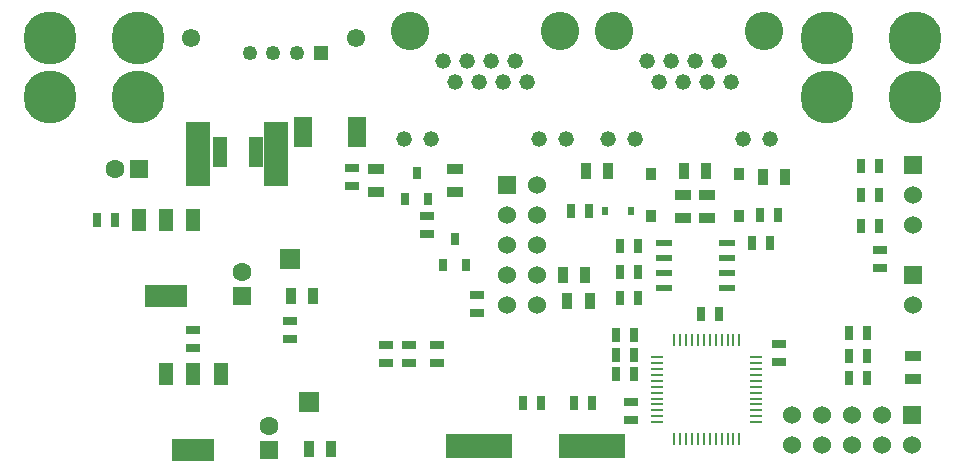
<source format=gts>
G04 #@! TF.FileFunction,Soldermask,Top*
%FSLAX46Y46*%
G04 Gerber Fmt 4.6, Leading zero omitted, Abs format (unit mm)*
G04 Created by KiCad (PCBNEW (2014-jul-16 BZR unknown)-product) date Ter 09 Dez 2014 16:12:51 BRST*
%MOMM*%
G01*
G04 APERTURE LIST*
%ADD10C,0.150000*%
%ADD11C,1.600000*%
%ADD12R,1.600000X1.600000*%
%ADD13R,0.635000X1.143000*%
%ADD14R,1.143000X0.635000*%
%ADD15C,4.500000*%
%ADD16R,1.500000X2.600000*%
%ADD17R,0.850900X1.016000*%
%ADD18R,0.609600X0.685800*%
%ADD19C,1.320800*%
%ADD20C,3.251200*%
%ADD21R,1.524000X1.524000*%
%ADD22C,1.524000*%
%ADD23R,0.800100X1.000760*%
%ADD24R,1.397000X0.889000*%
%ADD25R,0.889000X1.397000*%
%ADD26R,1.250000X1.250000*%
%ADD27C,1.250000*%
%ADD28C,1.550000*%
%ADD29R,1.700000X1.700000*%
%ADD30R,1.000760X0.269240*%
%ADD31R,0.269240X1.000760*%
%ADD32R,3.600000X1.900000*%
%ADD33R,1.200000X1.900000*%
%ADD34R,1.399540X0.599440*%
%ADD35R,5.588000X2.108200*%
%ADD36R,1.270000X2.540000*%
%ADD37R,2.000000X5.400000*%
G04 APERTURE END LIST*
D10*
D11*
X8100000Y-13600000D03*
D12*
X10100000Y-13600000D03*
D13*
X8092160Y-17950800D03*
X6568160Y-17950800D03*
D11*
X18830160Y-22350800D03*
D12*
X18830160Y-24350800D03*
D14*
X22930160Y-26488800D03*
X22930160Y-28012800D03*
D13*
X62038000Y-19900000D03*
X63562000Y-19900000D03*
D14*
X28194000Y-13487400D03*
X28194000Y-15011400D03*
D11*
X21100000Y-35400000D03*
D12*
X21100000Y-37400000D03*
D14*
X14732000Y-28727400D03*
X14732000Y-27203400D03*
X64324800Y-29984600D03*
X64324800Y-28460600D03*
D13*
X52062000Y-27700000D03*
X50538000Y-27700000D03*
X42638000Y-33400000D03*
X44162000Y-33400000D03*
X46938000Y-33400000D03*
X48462000Y-33400000D03*
D14*
X51800000Y-33338000D03*
X51800000Y-34862000D03*
D13*
X57738000Y-25900000D03*
X59262000Y-25900000D03*
D14*
X72824800Y-20460600D03*
X72824800Y-21984600D03*
D15*
X75850000Y-7500000D03*
X68350000Y-7500000D03*
X75850000Y-2500000D03*
X68350000Y-2500000D03*
X10050000Y-7500000D03*
X2550000Y-7500000D03*
X10050000Y-2500000D03*
X2550000Y-2500000D03*
D16*
X28550000Y-10500000D03*
X24050000Y-10500000D03*
D17*
X53500000Y-17578000D03*
X53500000Y-14022000D03*
X60900000Y-17578000D03*
X60900000Y-14022000D03*
D18*
X51817600Y-17200000D03*
X49582400Y-17200000D03*
D19*
X49842000Y-11104000D03*
X52128000Y-11104000D03*
X61272000Y-11104000D03*
X63558000Y-11104000D03*
X60256000Y-6278000D03*
X58224000Y-6278000D03*
X56192000Y-6278000D03*
X54160000Y-6278000D03*
X57208000Y-4500000D03*
X55176000Y-4500000D03*
X59240000Y-4500000D03*
X53144000Y-4500000D03*
D20*
X50350000Y-1960000D03*
X63050000Y-1960000D03*
D19*
X32542000Y-11104000D03*
X34828000Y-11104000D03*
X43972000Y-11104000D03*
X46258000Y-11104000D03*
X42956000Y-6278000D03*
X40924000Y-6278000D03*
X38892000Y-6278000D03*
X36860000Y-6278000D03*
X39908000Y-4500000D03*
X37876000Y-4500000D03*
X41940000Y-4500000D03*
X35844000Y-4500000D03*
D20*
X33050000Y-1960000D03*
X45750000Y-1960000D03*
D21*
X75624800Y-13282600D03*
D22*
X75624800Y-15822600D03*
X75624800Y-18362600D03*
D21*
X75604800Y-34452600D03*
D22*
X75604800Y-36992600D03*
X73064800Y-34452600D03*
X73064800Y-36992600D03*
X70524800Y-34452600D03*
X70524800Y-36992600D03*
X67984800Y-34452600D03*
X67984800Y-36992600D03*
X65444800Y-34452600D03*
X65444800Y-36992600D03*
D21*
X75624800Y-22552600D03*
D22*
X75624800Y-25092600D03*
D23*
X33635000Y-13934180D03*
X34587500Y-16133820D03*
X32682500Y-16133820D03*
X36855400Y-19499580D03*
X37807900Y-21699220D03*
X35902900Y-21699220D03*
D14*
X34535000Y-19096000D03*
X34535000Y-17572000D03*
X38717220Y-25841960D03*
X38717220Y-24317960D03*
D24*
X30226000Y-15557500D03*
X30226000Y-13652500D03*
X36900000Y-15552500D03*
X36900000Y-13647500D03*
D25*
X47947500Y-13800000D03*
X49852500Y-13800000D03*
X62947500Y-14300000D03*
X64852500Y-14300000D03*
D24*
X58200000Y-15847500D03*
X58200000Y-17752500D03*
X56200000Y-15847500D03*
X56200000Y-17752500D03*
D13*
X64262000Y-17500000D03*
X62738000Y-17500000D03*
X48262000Y-17200000D03*
X46738000Y-17200000D03*
D25*
X22977660Y-24350800D03*
X24882660Y-24350800D03*
X58152500Y-13800000D03*
X56247500Y-13800000D03*
D13*
X50838000Y-22300000D03*
X52362000Y-22300000D03*
X50838000Y-20100000D03*
X52362000Y-20100000D03*
X50838000Y-24500000D03*
X52362000Y-24500000D03*
D25*
X24515500Y-37300000D03*
X26420500Y-37300000D03*
D13*
X72786800Y-18422600D03*
X71262800Y-18422600D03*
X72786800Y-13322600D03*
X71262800Y-13322600D03*
X72786800Y-15822600D03*
X71262800Y-15822600D03*
X50538000Y-31000000D03*
X52062000Y-31000000D03*
X50538000Y-29350000D03*
X52062000Y-29350000D03*
D24*
X75624800Y-29470100D03*
X75624800Y-31375100D03*
D14*
X35375000Y-30009200D03*
X35375000Y-28485200D03*
X32975000Y-30009200D03*
X32975000Y-28485200D03*
X31025000Y-30009200D03*
X31025000Y-28485200D03*
D13*
X70262800Y-29422600D03*
X71786800Y-29422600D03*
X70262800Y-31322600D03*
X71786800Y-31322600D03*
X71786800Y-27522600D03*
X70262800Y-27522600D03*
D26*
X25500000Y-3750000D03*
D27*
X21500000Y-3750000D03*
X19500000Y-3750000D03*
D28*
X28500000Y-2500000D03*
X14500000Y-2500000D03*
D27*
X23500000Y-3750000D03*
D29*
X22930160Y-21250800D03*
X24511000Y-33324800D03*
D30*
X62401160Y-35050820D03*
X53998840Y-29549180D03*
X53998840Y-30049560D03*
X53998840Y-30549940D03*
X53998840Y-31050320D03*
X53998840Y-31550700D03*
X53998840Y-32051080D03*
X53998840Y-32548920D03*
X53998840Y-33049300D03*
X53998840Y-33549680D03*
X53998840Y-34050060D03*
X53998840Y-34550440D03*
X53998840Y-35050820D03*
D31*
X55449180Y-36501160D03*
X55949560Y-36501160D03*
X56449940Y-36501160D03*
X56937620Y-36501160D03*
X57450700Y-36501160D03*
X57951080Y-36501160D03*
X58448920Y-36501160D03*
X58949300Y-36501160D03*
X59449680Y-36501160D03*
X59950060Y-36501160D03*
X60450440Y-36501160D03*
X60950820Y-36501160D03*
D30*
X62401160Y-34550440D03*
X62401160Y-34050060D03*
X62401160Y-33549680D03*
X62401160Y-33049300D03*
X62401160Y-32548920D03*
X62401160Y-32051080D03*
X62401160Y-31550700D03*
X62401160Y-31050320D03*
X62401160Y-30549940D03*
X62401160Y-30049560D03*
X62401160Y-29549180D03*
D31*
X60950820Y-28098840D03*
X60450440Y-28098840D03*
X59950060Y-28098840D03*
X59449680Y-28098840D03*
X58949300Y-28098840D03*
X58448920Y-28098840D03*
X57951080Y-28098840D03*
X57450700Y-28098840D03*
X56950320Y-28098840D03*
X56449940Y-28098840D03*
X55949560Y-28098840D03*
X55449180Y-28098840D03*
D32*
X12430160Y-24350800D03*
D33*
X12430160Y-17950800D03*
X10130160Y-17950800D03*
X14730160Y-17950800D03*
D32*
X14732000Y-37363000D03*
D33*
X14732000Y-30963000D03*
X12432000Y-30963000D03*
X17032000Y-30963000D03*
D34*
X59867000Y-19895000D03*
X54533000Y-19895000D03*
X59867000Y-21165000D03*
X59867000Y-22435000D03*
X59867000Y-23705000D03*
X54533000Y-21165000D03*
X54533000Y-22435000D03*
X54533000Y-23705000D03*
D35*
X48449800Y-37100000D03*
X38950200Y-37100000D03*
D21*
X41300400Y-14935200D03*
D22*
X43840400Y-14935200D03*
X41300400Y-17475200D03*
X43840400Y-17475200D03*
X41300400Y-20015200D03*
X43840400Y-20015200D03*
X41300400Y-22555200D03*
X43840400Y-22555200D03*
X41300400Y-25095200D03*
X43840400Y-25095200D03*
D25*
X48272700Y-24815800D03*
X46367700Y-24815800D03*
X45986700Y-22555200D03*
X47891700Y-22555200D03*
D36*
X20024000Y-12200000D03*
X16976000Y-12200000D03*
D37*
X21742940Y-12303760D03*
X15142940Y-12303760D03*
M02*

</source>
